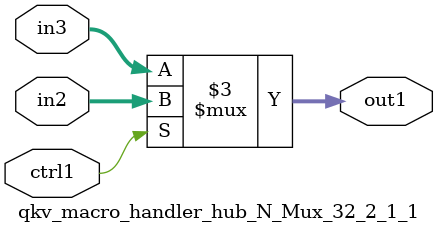
<source format=v>

`timescale 1ps / 1ps


module qkv_macro_handler_hub_N_Mux_32_2_1_1( in3, in2, ctrl1, out1 );

    input [31:0] in3;
    input [31:0] in2;
    input ctrl1;
    output [31:0] out1;
    reg [31:0] out1;

    
    // rtl_process:qkv_macro_handler_hub_N_Mux_32_2_1_1/qkv_macro_handler_hub_N_Mux_32_2_1_1_thread_1
    always @*
      begin : qkv_macro_handler_hub_N_Mux_32_2_1_1_thread_1
        case (ctrl1) 
          1'b1: 
            begin
              out1 = in2;
            end
          default: 
            begin
              out1 = in3;
            end
        endcase
      end

endmodule





</source>
